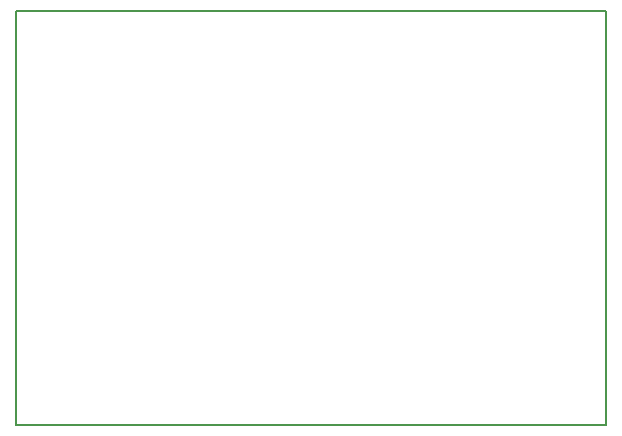
<source format=gbr>
G04 #@! TF.FileFunction,Profile,NP*
%FSLAX46Y46*%
G04 Gerber Fmt 4.6, Leading zero omitted, Abs format (unit mm)*
G04 Created by KiCad (PCBNEW 4.0.4-stable) date 12/06/16 17:01:12*
%MOMM*%
%LPD*%
G01*
G04 APERTURE LIST*
%ADD10C,0.100000*%
%ADD11C,0.150000*%
G04 APERTURE END LIST*
D10*
D11*
X50000000Y0D02*
X50000000Y-35000000D01*
X0Y-35000000D02*
X0Y0D01*
X50000000Y-35000000D02*
X0Y-35000000D01*
X50000000Y0D02*
X0Y0D01*
M02*

</source>
